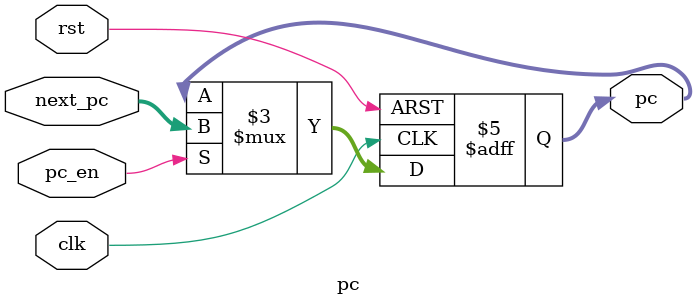
<source format=v>
module pc(
    input clk,
    input rst,
    input [31:0] next_pc,
    input pc_en,
    output reg [31:0] pc
);

    // Next PC Register
    always @(posedge clk or posedge rst) begin
        if (rst) begin
            pc <= 32'h00000000; // Reset PC to 0
        end else if (pc_en) begin
            pc <= next_pc; // Update PC with the next value
        end else begin
            pc <= pc;
        end
    end

endmodule
</source>
